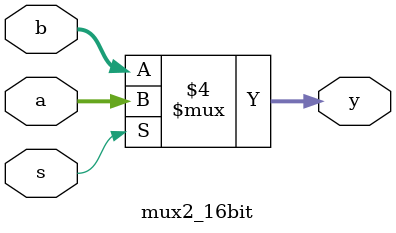
<source format=v>
module mux2_16bit(a,b,s,y); ////16bits 2-to-1 MUX
  input [15:0] a, b;
  input s;
  output [15:0] y;
  reg [15:0] y;
  
  always@(a,b,s) begin
    if(s==0) begin
      y=b;
    end
    else begin
      y=a;
    end
  end
  
endmodule

</source>
